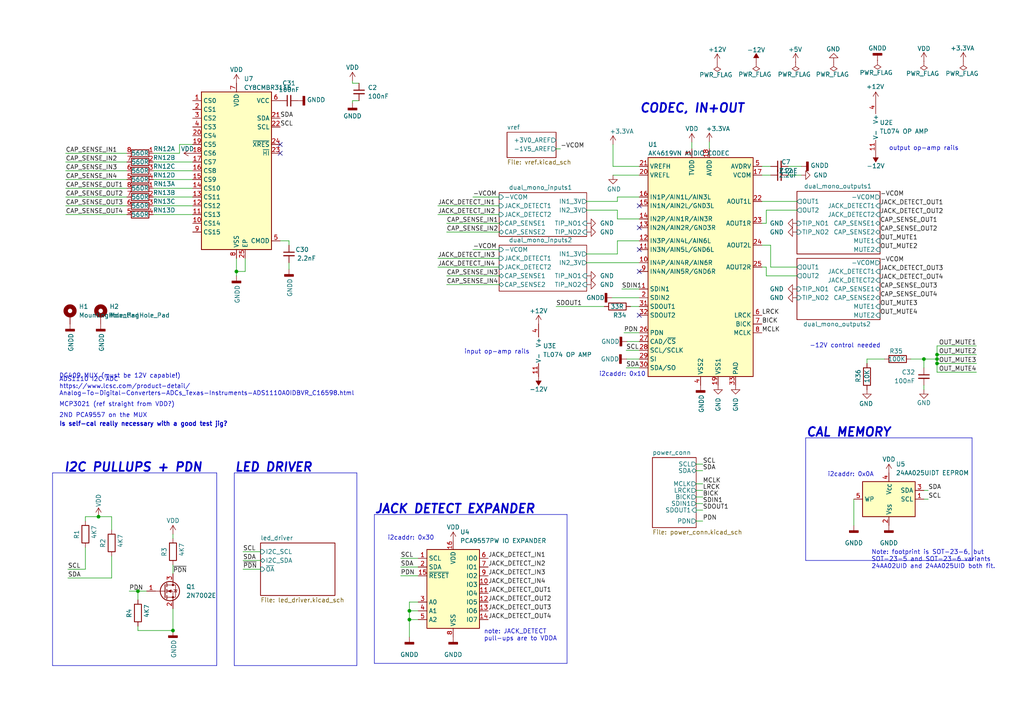
<source format=kicad_sch>
(kicad_sch (version 20250114) (generator "eeschema") (generator_version "9.0")
  (paper "A4")
  (lib_symbols
    (symbol "Amplifier_Operational:TL074" (pin_names (offset 0.127))
      (property "Reference" "U" (at 0 5.08 0))
      (property "Value" "TL074" (at 0 -5.08 0))
      (symbol "TL074_1_1"
        (pin input line (at -7.62 2.54 0) (length 2.54) (name "+") (number "3"))
        (pin input line (at -7.62 -2.54 0) (length 2.54) (name "-") (number "2"))
        (pin output line (at 7.62 0 180) (length 2.54) (name "~") (number "1"))
      )
      (symbol "TL074_2_1"
        (pin input line (at -7.62 2.54 0) (length 2.54) (name "+") (number "5"))
        (pin input line (at -7.62 -2.54 0) (length 2.54) (name "-") (number "6"))
        (pin output line (at 7.62 0 180) (length 2.54) (name "~") (number "7"))
      )
      (symbol "TL074_3_1"
        (pin input line (at -7.62 2.54 0) (length 2.54) (name "+") (number "10"))
        (pin input line (at -7.62 -2.54 0) (length 2.54) (name "-") (number "9"))
        (pin output line (at 7.62 0 180) (length 2.54) (name "~") (number "8"))
      )
      (symbol "TL074_4_1"
        (pin input line (at -7.62 2.54 0) (length 2.54) (name "+") (number "12"))
        (pin input line (at -7.62 -2.54 0) (length 2.54) (name "-") (number "13"))
        (pin output line (at 7.62 0 180) (length 2.54) (name "~") (number "14"))
      )
      (symbol "TL074_5_1"
        (pin power_in line (at -2.54 7.62 270) (length 3.81) (name "V+") (number "4"))
        (pin power_in line (at -2.54 -7.62 90) (length 3.81) (name "V-") (number "11"))
      )
    )
    (symbol "Device:C_Small" (pin_numbers (hide yes)) (pin_names (offset 0.254) (hide yes))
      (property "Reference" "C" (at 0.254 1.778 0))
      (property "Value" "C_Small" (at 0.254 -2.032 0))
      (symbol "C_Small_1_1"
        (pin passive line (at 0 2.54 270) (length 2.032) (name "~") (number "1"))
        (pin passive line (at 0 -2.54 90) (length 2.032) (name "~") (number "2"))
      )
    )
    (symbol "Device:R" (pin_numbers (hide yes)) (pin_names (offset 0))
      (property "Reference" "R" (at 2.032 0 90))
      (property "Value" "R" (at 0 0 90))
      (symbol "R_1_1"
        (pin passive line (at 0 3.81 270) (length 1.27) (name "~") (number "1"))
        (pin passive line (at 0 -3.81 90) (length 1.27) (name "~") (number "2"))
      )
    )
    (symbol "Device:R_Pack04_Split" (pin_names (offset 0) (hide yes))
      (property "Reference" "RN" (at 2.032 0 90))
      (property "Value" "R_Pack04_Split" (at 0 0 90))
      (symbol "R_Pack04_Split_1_1"
        (pin passive line (at 0 3.81 270) (length 1.27) (name "R1.2") (number "8"))
        (pin passive line (at 0 -3.81 90) (length 1.27) (name "R1.1") (number "1"))
      )
      (symbol "R_Pack04_Split_2_1"
        (pin passive line (at 0 3.81 270) (length 1.27) (name "R2.2") (number "7"))
        (pin passive line (at 0 -3.81 90) (length 1.27) (name "R2.1") (number "2"))
      )
      (symbol "R_Pack04_Split_3_1"
        (pin passive line (at 0 3.81 270) (length 1.27) (name "R3.2") (number "6"))
        (pin passive line (at 0 -3.81 90) (length 1.27) (name "R3.1") (number "3"))
      )
      (symbol "R_Pack04_Split_4_1"
        (pin passive line (at 0 3.81 270) (length 1.27) (name "R4.2") (number "5"))
        (pin passive line (at 0 -3.81 90) (length 1.27) (name "R4.1") (number "4"))
      )
    )
    (symbol "Interface_Expansion:PCA9557PW"
      (property "Reference" "U" (at -7.62 11.43 0))
      (property "Value" "PCA9557PW" (at 2.54 11.43 0))
      (symbol "PCA9557PW_1_1"
        (pin input line (at -10.16 7.62 0) (length 2.54) (name "SCL") (number "1"))
        (pin bidirectional line (at -10.16 5.08 0) (length 2.54) (name "SDA") (number "2"))
        (pin input line (at -10.16 2.54 0) (length 2.54) (name "~{RESET}") (number "15"))
        (pin input line (at -10.16 -5.08 0) (length 2.54) (name "A0") (number "3"))
        (pin input line (at -10.16 -7.62 0) (length 2.54) (name "A1") (number "4"))
        (pin input line (at -10.16 -10.16 0) (length 2.54) (name "A2") (number "5"))
        (pin power_in line (at 0 12.7 270) (length 2.54) (name "VDD") (number "16"))
        (pin power_in line (at 0 -15.24 90) (length 2.54) (name "VSS") (number "8"))
        (pin bidirectional line (at 10.16 7.62 180) (length 2.54) (name "IO0") (number "6"))
        (pin bidirectional line (at 10.16 5.08 180) (length 2.54) (name "IO1") (number "7"))
        (pin bidirectional line (at 10.16 2.54 180) (length 2.54) (name "IO2") (number "9"))
        (pin bidirectional line (at 10.16 0 180) (length 2.54) (name "IO3") (number "10"))
        (pin bidirectional line (at 10.16 -2.54 180) (length 2.54) (name "IO4") (number "11"))
        (pin bidirectional line (at 10.16 -5.08 180) (length 2.54) (name "IO5") (number "12"))
        (pin bidirectional line (at 10.16 -7.62 180) (length 2.54) (name "IO6") (number "13"))
        (pin bidirectional line (at 10.16 -10.16 180) (length 2.54) (name "IO7") (number "14"))
      )
    )
    (symbol "Mechanical:MountingHole_Pad" (pin_numbers (hide yes)) (pin_names (offset 1.016) (hide yes)) (exclude_from_sim yes) (in_bom no)
      (property "Reference" "H" (at 0 6.35 0))
      (property "Value" "MountingHole_Pad" (at 0 4.445 0))
      (symbol "MountingHole_Pad_1_1"
        (pin input line (at 0 -2.54 90) (length 2.54) (name "1") (number "1"))
      )
    )
    (symbol "Memory_EEPROM:24AA02-OT"
      (property "Reference" "U" (at -7.62 6.35 0))
      (property "Value" "24AA02-OT" (at 2.54 -6.35 0))
      (symbol "24AA02-OT_1_1"
        (pin input line (at -10.16 0 0) (length 2.54) (name "WP") (number "5"))
        (pin power_in line (at 0 7.62 270) (length 2.54) (name "V_{CC}") (number "4"))
        (pin power_in line (at 0 -7.62 90) (length 2.54) (name "V_{SS}") (number "2"))
        (pin bidirectional line (at 10.16 2.54 180) (length 2.54) (name "SDA") (number "3"))
        (pin input line (at 10.16 0 180) (length 2.54) (name "SCL") (number "1"))
      )
    )
    (symbol "Sensor_Touch:CY8CMBR3116"
      (property "Reference" "U" (at -10.16 24.13 0))
      (property "Value" "CY8CMBR3116" (at 1.27 24.13 0))
      (symbol "CY8CMBR3116_1_1"
        (pin passive line (at -12.7 20.32 0) (length 2.54) (name "CS0") (number "1"))
        (pin passive line (at -12.7 17.78 0) (length 2.54) (name "CS1") (number "2"))
        (pin passive line (at -12.7 15.24 0) (length 2.54) (name "CS2") (number "3"))
        (pin passive line (at -12.7 12.7 0) (length 2.54) (name "CS3") (number "4"))
        (pin passive line (at -12.7 10.16 0) (length 2.54) (name "CS4") (number "20"))
        (pin passive line (at -12.7 7.62 0) (length 2.54) (name "CS5") (number "19"))
        (pin passive line (at -12.7 5.08 0) (length 2.54) (name "CS6") (number "18"))
        (pin passive line (at -12.7 2.54 0) (length 2.54) (name "CS7") (number "17"))
        (pin passive line (at -12.7 0 0) (length 2.54) (name "CS8") (number "16"))
        (pin passive line (at -12.7 -2.54 0) (length 2.54) (name "CS9") (number "15"))
        (pin passive line (at -12.7 -5.08 0) (length 2.54) (name "CS10") (number "14"))
        (pin passive line (at -12.7 -7.62 0) (length 2.54) (name "CS11") (number "13"))
        (pin passive line (at -12.7 -10.16 0) (length 2.54) (name "CS12") (number "12"))
        (pin passive line (at -12.7 -12.7 0) (length 2.54) (name "CS13") (number "11"))
        (pin passive line (at -12.7 -15.24 0) (length 2.54) (name "CS14") (number "10"))
        (pin passive line (at -12.7 -17.78 0) (length 2.54) (name "CS15") (number "9"))
        (pin power_in line (at 0 25.4 270) (length 2.54) (name "VDD") (number "7"))
        (pin power_in line (at 0 -25.4 90) (length 2.54) (name "VSS") (number "8"))
        (pin passive line (at 2.54 -25.4 90) (length 2.54) (name "EP") (number "25"))
        (pin passive line (at 12.7 20.32 180) (length 2.54) (name "VCC") (number "6"))
        (pin bidirectional line (at 12.7 15.24 180) (length 2.54) (name "SDA") (number "21"))
        (pin input line (at 12.7 12.7 180) (length 2.54) (name "SCL") (number "22"))
        (pin input line (at 12.7 7.62 180) (length 2.54) (name "~{XRES}") (number "24"))
        (pin bidirectional line (at 12.7 5.08 180) (length 2.54) (name "~{HI}") (number "23"))
        (pin passive line (at 12.7 -20.32 180) (length 2.54) (name "CMOD") (number "5"))
      )
    )
    (symbol "Transistor_FET:2N7002E" (pin_names (hide yes))
      (property "Reference" "Q" (at 5.08 1.905 0))
      (property "Value" "2N7002E" (at 5.08 0 0))
      (symbol "2N7002E_1_1"
        (pin input line (at -5.08 0 0) (length 2.54) (name "G") (number "1"))
        (pin passive line (at 2.54 5.08 270) (length 2.54) (name "D") (number "3"))
        (pin passive line (at 2.54 -5.08 90) (length 2.54) (name "S") (number "2"))
      )
    )
    (symbol "ak_codec_ics:AK4619VN"
      (property "Reference" "U?" (at -13.97 41.91 0))
      (property "Value" "AK4619VN" (at -10.16 39.37 0))
      (symbol "AK4619VN_1_1"
        (pin input line (at -17.78 35.56 0) (length 2.54) (name "VREFH") (number "21"))
        (pin input line (at -17.78 33.02 0) (length 2.54) (name "VREFL") (number "20"))
        (pin input line (at -17.78 26.67 0) (length 2.54) (name "IN1P/AIN1L/AIN3L") (number "16"))
        (pin input line (at -17.78 24.13 0) (length 2.54) (name "IN1N/AIN2L/GND3L") (number "15"))
        (pin input line (at -17.78 20.32 0) (length 2.54) (name "IN2P/AIN1R/AIN3R") (number "14"))
        (pin input line (at -17.78 17.78 0) (length 2.54) (name "IN2N/AIN2R/GND3R") (number "13"))
        (pin input line (at -17.78 13.97 0) (length 2.54) (name "IN3P/AIN4L/AIN6L") (number "12"))
        (pin input line (at -17.78 11.43 0) (length 2.54) (name "IN3N/AIN5L/GND6L") (number "11"))
        (pin input line (at -17.78 7.62 0) (length 2.54) (name "IN4P/AIN4R/AIN6R") (number "10"))
        (pin input line (at -17.78 5.08 0) (length 2.54) (name "IN4N/AIN5R/GND6R") (number "9"))
        (pin input line (at -17.78 0 0) (length 2.54) (name "SDIN1") (number "1"))
        (pin input line (at -17.78 -2.54 0) (length 2.54) (name "SDIN2") (number "2"))
        (pin output line (at -17.78 -5.08 0) (length 2.54) (name "SDOUT1") (number "31"))
        (pin output line (at -17.78 -7.62 0) (length 2.54) (name "SDOUT2") (number "32"))
        (pin input line (at -17.78 -12.7 0) (length 2.54) (name "PDN") (number "26"))
        (pin input line (at -17.78 -15.24 0) (length 2.54) (name "CAD/~{CS}") (number "27"))
        (pin input line (at -17.78 -17.78 0) (length 2.54) (name "SCL/SCLK") (number "28"))
        (pin input line (at -17.78 -20.32 0) (length 2.54) (name "SI") (number "29"))
        (pin bidirectional line (at -17.78 -22.86 0) (length 2.54) (name "SDA/SO") (number "30"))
        (pin power_in line (at -2.54 40.64 270) (length 2.54) (name "TVDD") (number "3"))
        (pin power_in line (at 0 -27.94 90) (length 2.54) (name "VSS2") (number "4"))
        (pin power_in line (at 2.54 40.64 270) (length 2.54) (name "AVDD") (number "18"))
        (pin power_in line (at 5.08 -27.94 90) (length 2.54) (name "VSS1") (number "19"))
        (pin passive line (at 10.16 -27.94 90) (length 2.54) (name "PAD") (number "33"))
        (pin power_out line (at 17.78 35.56 180) (length 2.54) (name "AVDRV") (number "5"))
        (pin power_out line (at 17.78 33.02 180) (length 2.54) (name "VCOM") (number "17"))
        (pin output line (at 17.78 25.4 180) (length 2.54) (name "AOUT1L") (number "22"))
        (pin output line (at 17.78 19.05 180) (length 2.54) (name "AOUT1R") (number "23"))
        (pin output line (at 17.78 12.7 180) (length 2.54) (name "AOUT2L") (number "24"))
        (pin output line (at 17.78 6.35 180) (length 2.54) (name "AOUT2R") (number "25"))
        (pin input line (at 17.78 -7.62 180) (length 2.54) (name "LRCK") (number "6"))
        (pin input line (at 17.78 -10.16 180) (length 2.54) (name "BICK") (number "7"))
        (pin input line (at 17.78 -12.7 180) (length 2.54) (name "MCLK") (number "8"))
      )
    )
    (symbol "power:+12V" (power) (pin_names (offset 0))
      (property "Value" "+12V" (at 0 3.556 0))
      (symbol "+12V_1_1"
        (pin power_in line (at 0 0 90) (length 0) (hide yes) (name "+12V") (number "1"))
      )
    )
    (symbol "power:+3.3VA" (power) (pin_names (offset 0))
      (property "Value" "+3.3VA" (at 0 3.556 0))
      (symbol "+3.3VA_1_1"
        (pin power_in line (at 0 0 90) (length 0) (hide yes) (name "+3.3VA") (number "1"))
      )
    )
    (symbol "power:+5V" (power) (pin_names (offset 0))
      (property "Value" "+5V" (at 0 3.556 0))
      (symbol "+5V_1_1"
        (pin power_in line (at 0 0 90) (length 0) (hide yes) (name "+5V") (number "1"))
      )
    )
    (symbol "power:-12V" (power) (pin_names (offset 0))
      (property "Value" "-12V" (at 0 3.81 0))
      (symbol "-12V_0_0"
        (pin power_in line (at 0 0 90) (length 0) (hide yes) (name "-12V") (number "1"))
      )
    )
    (symbol "power:GND" (power) (pin_names (offset 0))
      (property "Value" "GND" (at 0 -3.81 0))
      (symbol "GND_1_1"
        (pin power_in line (at 0 0 270) (length 0) (hide yes) (name "GND") (number "1"))
      )
    )
    (symbol "power:GNDD" (power) (pin_names (offset 0))
      (property "Value" "GNDD" (at 0 -3.175 0))
      (symbol "GNDD_1_1"
        (pin power_in line (at 0 0 270) (length 0) (hide yes) (name "GNDD") (number "1"))
      )
    )
    (symbol "power:PWR_FLAG" (power) (pin_numbers (hide yes)) (pin_names (offset 0) (hide yes))
      (property "Value" "PWR_FLAG" (at 0 3.81 0))
      (symbol "PWR_FLAG_0_0"
        (pin power_out line (at 0 0 90) (length 0) (name "pwr") (number "1"))
      )
    )
    (symbol "power:VDD" (power) (pin_names (offset 0))
      (property "Value" "VDD" (at 0 3.81 0))
      (symbol "VDD_1_1"
        (pin power_in line (at 0 0 90) (length 0) (hide yes) (name "VDD") (number "1"))
      )
    )
  )
  (text "CAL MEMORY" (at 233.68 127 0) (effects (font (size 2.54 2.54) (thickness 0.508) (bold yes) (italic yes)) (justify left bottom)))
  (text "2ND PCA9557 on the MUX" (at 17.145 121.285 0) (effects (font (size 1.27 1.27)) (justify left bottom)))
  (text "Note: footprint is SOT-23-6, but\nSOT-23-5 and SOT-23-6 variants\n24AA02UID and 24AA025UID both fit." (at 252.73 165.1 0) (effects (font (size 1.27 1.27)) (justify left bottom)))
  (text "i2caddr: 0x10" (at 173.736 109.347 0) (effects (font (size 1.27 1.27)) (justify left bottom)))
  (text "I2C PULLUPS + PDN" (at 18.415 137.16 0) (effects (font (size 2.54 2.54) (thickness 0.508) (bold yes) (italic yes)) (justify left bottom)))
  (text "ADS1110 I2C ADC\nhttps://www.lcsc.com/product-detail/\nAnalog-To-Digital-Converters-ADCs_Texas-Instruments-ADS1110A0IDBVR_C16598.html" (at 17.145 114.935 0) (effects (font (size 1.27 1.27)) (justify left bottom)))
  (text "i2caddr: 0x30" (at 112.395 156.845 0) (effects (font (size 1.27 1.27)) (justify left bottom)))
  (text "input op-amp rails" (at 134.62 102.87 0) (effects (font (size 1.27 1.27)) (justify left bottom)))
  (text "note: JACK_DETECT\npull-ups are to VDDA" (at 140.335 186.055 0) (effects (font (size 1.27 1.27)) (justify left bottom)))
  (text "JACK DETECT EXPANDER" (at 108.585 149.225 0) (effects (font (size 2.54 2.54) (thickness 0.508) (bold yes) (italic yes)) (justify left bottom)))
  (text "LED DRIVER" (at 67.945 137.16 0) (effects (font (size 2.54 2.54) (thickness 0.508) (bold yes) (italic yes)) (justify left bottom)))
  (text "output op-amp rails" (at 257.81 43.815 0) (effects (font (size 1.27 1.27)) (justify left bottom)))
  (text "CODEC, IN+OUT" (at 185.42 33.02 0) (effects (font (size 2.54 2.54) (thickness 0.508) (bold yes) (italic yes)) (justify left bottom)))
  (text "MCP3021 (ref straight from VDD?)" (at 17.145 118.11 0) (effects (font (size 1.27 1.27)) (justify left bottom)))
  (text "-12V control needed" (at 245.11 100.33 0) (effects (font (size 1.27 1.27))))
  (text "Is self-cal really necessary with a good test jig?" (at 17.145 123.825 0) (effects (font (size 1.27 1.27) (thickness 0.254) (bold yes)) (justify left bottom)))
  (text "DG409 MUX (must be 12V capable!)" (at 17.145 109.855 0) (effects (font (size 1.27 1.27)) (justify left bottom)))
  (text "i2caddr: 0x0A" (at 240.03 138.43 0) (effects (font (size 1.27 1.27)) (justify left bottom)))
  (junction (at 50.165 182.88))
  (junction (at 271.78 104.14))
  (junction (at 118.745 179.705))
  (junction (at 271.78 105.41))
  (junction (at 118.745 177.165))
  (junction (at 40.005 171.45))
  (junction (at 28.575 149.86))
  (junction (at 267.97 104.14))
  (junction (at 68.58 78.74))
  (junction (at 271.78 102.87))
  (no_connect (at 185.42 72.39))
  (no_connect (at 185.42 78.74))
  (no_connect (at 185.42 59.69))
  (no_connect (at 185.42 66.04))
  (no_connect (at 185.42 91.44))
  (no_connect (at 81.28 41.91))
  (no_connect (at 81.28 44.45))
  (wire (pts (xy 24.765 151.13) (xy 24.765 149.86)))
  (wire (pts (xy 44.45 59.69) (xy 55.88 59.69)))
  (wire (pts (xy 220.98 48.26) (xy 223.52 48.26)))
  (wire (pts (xy 228.6 48.26) (xy 232.41 48.26)))
  (wire (pts (xy 223.52 77.47) (xy 231.14 77.47)))
  (polyline (pts (xy 233.68 127) (xy 233.68 162.56)))
  (wire (pts (xy 181.737 104.14) (xy 185.42 104.14)))
  (polyline (pts (xy 164.465 149.225) (xy 164.465 192.405)))
  (wire (pts (xy 52.07 44.45) (xy 52.07 41.91)))
  (wire (pts (xy 179.07 57.15) (xy 185.42 57.15)))
  (wire (pts (xy 40.005 181.61) (xy 40.005 182.88)))
  (wire (pts (xy 170.18 73.66) (xy 179.07 73.66)))
  (wire (pts (xy 137.16 72.39) (xy 144.78 72.39)))
  (wire (pts (xy 118.745 179.705) (xy 121.285 179.705)))
  (wire (pts (xy 40.005 182.88) (xy 50.165 182.88)))
  (wire (pts (xy 170.18 76.2) (xy 185.42 76.2)))
  (wire (pts (xy 137.16 57.15) (xy 144.78 57.15)))
  (polyline (pts (xy 108.585 149.225) (xy 164.465 149.225)))
  (wire (pts (xy 32.385 149.86) (xy 28.575 149.86)))
  (wire (pts (xy 32.385 153.67) (xy 32.385 149.86)))
  (wire (pts (xy 83.82 76.2) (xy 83.82 78.105)))
  (wire (pts (xy 201.93 146.05) (xy 203.835 146.05)))
  (wire (pts (xy 118.745 177.165) (xy 118.745 174.625)))
  (polyline (pts (xy 108.585 149.225) (xy 108.585 192.405)))
  (wire (pts (xy 127 74.93) (xy 144.78 74.93)))
  (wire (pts (xy 220.98 77.47) (xy 222.25 77.47)))
  (wire (pts (xy 44.45 49.53) (xy 55.88 49.53)))
  (wire (pts (xy 222.25 60.96) (xy 231.14 60.96)))
  (wire (pts (xy 102.235 24.13) (xy 104.14 24.13)))
  (polyline (pts (xy 15.24 137.16) (xy 62.865 137.16)))
  (polyline (pts (xy 67.945 193.04) (xy 103.505 193.04)))
  (wire (pts (xy 116.205 161.925) (xy 121.285 161.925)))
  (wire (pts (xy 50.165 154.94) (xy 50.165 156.21)))
  (wire (pts (xy 256.54 104.14) (xy 251.46 104.14)))
  (wire (pts (xy 68.58 74.93) (xy 68.58 78.74)))
  (wire (pts (xy 220.98 58.42) (xy 231.14 58.42)))
  (wire (pts (xy 283.21 102.87) (xy 271.78 102.87)))
  (wire (pts (xy 40.005 171.45) (xy 40.005 173.99)))
  (polyline (pts (xy 67.945 137.16) (xy 103.505 137.16)))
  (wire (pts (xy 44.45 54.61) (xy 55.88 54.61)))
  (wire (pts (xy 50.165 163.83) (xy 50.165 166.37)))
  (polyline (pts (xy 15.24 137.16) (xy 15.24 193.04)))
  (wire (pts (xy 40.005 171.45) (xy 42.545 171.45)))
  (polyline (pts (xy 67.945 137.16) (xy 67.945 193.04)))
  (wire (pts (xy 19.05 57.15) (xy 36.83 57.15)))
  (wire (pts (xy 228.6 50.8) (xy 232.41 50.8)))
  (polyline (pts (xy 62.865 137.16) (xy 62.865 193.04)))
  (wire (pts (xy 267.97 142.24) (xy 269.24 142.24)))
  (wire (pts (xy 44.45 52.07) (xy 55.88 52.07)))
  (wire (pts (xy 44.45 44.45) (xy 52.07 44.45)))
  (wire (pts (xy 200.66 41.275) (xy 200.66 43.18)))
  (wire (pts (xy 177.546 86.36) (xy 185.42 86.36)))
  (wire (pts (xy 44.45 46.99) (xy 55.88 46.99)))
  (wire (pts (xy 118.745 184.785) (xy 118.745 179.705)))
  (wire (pts (xy 129.54 64.77) (xy 144.78 64.77)))
  (wire (pts (xy 201.93 142.24) (xy 203.835 142.24)))
  (wire (pts (xy 127 77.47) (xy 144.78 77.47)))
  (wire (pts (xy 44.45 62.23) (xy 55.88 62.23)))
  (wire (pts (xy 19.05 59.69) (xy 36.83 59.69)))
  (wire (pts (xy 180.34 83.82) (xy 185.42 83.82)))
  (wire (pts (xy 44.45 57.15) (xy 55.88 57.15)))
  (wire (pts (xy 247.65 144.78) (xy 247.65 152.4)))
  (wire (pts (xy 223.52 71.12) (xy 223.52 77.47)))
  (wire (pts (xy 24.765 149.86) (xy 28.575 149.86)))
  (polyline (pts (xy 62.865 193.04) (xy 15.24 193.04)))
  (wire (pts (xy 32.385 161.29) (xy 32.385 167.64)))
  (wire (pts (xy 271.78 105.41) (xy 271.78 107.95)))
  (wire (pts (xy 50.165 176.53) (xy 50.165 182.88)))
  (wire (pts (xy 127 59.69) (xy 144.78 59.69)))
  (wire (pts (xy 179.07 58.42) (xy 179.07 57.15)))
  (wire (pts (xy 116.205 167.005) (xy 121.285 167.005)))
  (wire (pts (xy 267.97 111.76) (xy 267.97 113.03)))
  (wire (pts (xy 271.78 107.95) (xy 283.21 107.95)))
  (wire (pts (xy 201.93 140.335) (xy 203.835 140.335)))
  (wire (pts (xy 181.61 101.6) (xy 185.42 101.6)))
  (wire (pts (xy 201.93 147.955) (xy 203.835 147.955)))
  (polyline (pts (xy 103.505 193.04) (xy 103.505 137.16)))
  (wire (pts (xy 201.93 144.145) (xy 203.835 144.145)))
  (wire (pts (xy 52.07 41.91) (xy 55.88 41.91)))
  (wire (pts (xy 118.745 177.165) (xy 121.285 177.165)))
  (wire (pts (xy 182.88 88.9) (xy 185.42 88.9)))
  (wire (pts (xy 179.07 69.85) (xy 185.42 69.85)))
  (wire (pts (xy 170.18 58.42) (xy 179.07 58.42)))
  (wire (pts (xy 71.12 74.93) (xy 71.12 78.74)))
  (wire (pts (xy 37.465 171.45) (xy 40.005 171.45)))
  (wire (pts (xy 177.8 41.91) (xy 177.8 48.26)))
  (polyline (pts (xy 164.465 192.405) (xy 108.585 192.405)))
  (polyline (pts (xy 233.68 162.56) (xy 281.94 162.56)))
  (wire (pts (xy 19.05 44.45) (xy 36.83 44.45)))
  (wire (pts (xy 271.78 102.87) (xy 271.78 104.14)))
  (wire (pts (xy 70.485 160.02) (xy 75.565 160.02)))
  (wire (pts (xy 181.864 99.06) (xy 185.42 99.06)))
  (wire (pts (xy 271.78 104.14) (xy 267.97 104.14)))
  (wire (pts (xy 129.54 82.55) (xy 144.78 82.55)))
  (wire (pts (xy 70.485 162.56) (xy 75.565 162.56)))
  (wire (pts (xy 181.61 106.68) (xy 185.42 106.68)))
  (wire (pts (xy 180.975 96.52) (xy 185.42 96.52)))
  (wire (pts (xy 220.98 50.8) (xy 223.52 50.8)))
  (wire (pts (xy 179.07 63.5) (xy 185.42 63.5)))
  (wire (pts (xy 19.05 54.61) (xy 36.83 54.61)))
  (wire (pts (xy 24.765 158.75) (xy 24.765 165.1)))
  (wire (pts (xy 267.97 104.14) (xy 264.16 104.14)))
  (wire (pts (xy 70.485 165.1) (xy 75.565 165.1)))
  (wire (pts (xy 220.98 64.77) (xy 222.25 64.77)))
  (wire (pts (xy 161.29 88.9) (xy 175.26 88.9)))
  (wire (pts (xy 19.685 167.64) (xy 32.385 167.64)))
  (wire (pts (xy 83.82 71.12) (xy 83.82 69.85)))
  (wire (pts (xy 177.8 48.26) (xy 185.42 48.26)))
  (wire (pts (xy 283.21 100.33) (xy 271.78 100.33)))
  (wire (pts (xy 267.97 104.14) (xy 267.97 106.68)))
  (wire (pts (xy 19.685 165.1) (xy 24.765 165.1)))
  (wire (pts (xy 222.25 77.47) (xy 222.25 80.01)))
  (wire (pts (xy 271.78 104.14) (xy 271.78 105.41)))
  (wire (pts (xy 267.97 144.78) (xy 269.24 144.78)))
  (wire (pts (xy 222.25 64.77) (xy 222.25 60.96)))
  (wire (pts (xy 205.74 41.148) (xy 205.74 43.18)))
  (wire (pts (xy 127 62.23) (xy 144.78 62.23)))
  (wire (pts (xy 19.05 52.07) (xy 36.83 52.07)))
  (wire (pts (xy 19.05 46.99) (xy 36.83 46.99)))
  (wire (pts (xy 179.07 73.66) (xy 179.07 69.85)))
  (wire (pts (xy 271.78 100.33) (xy 271.78 102.87)))
  (wire (pts (xy 201.93 151.13) (xy 203.835 151.13)))
  (wire (pts (xy 129.54 80.01) (xy 144.78 80.01)))
  (wire (pts (xy 116.205 164.465) (xy 121.285 164.465)))
  (wire (pts (xy 283.21 105.41) (xy 271.78 105.41)))
  (wire (pts (xy 102.235 23.495) (xy 102.235 24.13)))
  (wire (pts (xy 118.745 179.705) (xy 118.745 177.165)))
  (wire (pts (xy 19.05 49.53) (xy 36.83 49.53)))
  (wire (pts (xy 161.29 43.18) (xy 162.56 43.18)))
  (wire (pts (xy 102.235 29.21) (xy 104.14 29.21)))
  (wire (pts (xy 19.05 62.23) (xy 36.83 62.23)))
  (polyline (pts (xy 233.68 127) (xy 281.94 127)))
  (wire (pts (xy 201.93 136.525) (xy 203.835 136.525)))
  (wire (pts (xy 201.93 134.62) (xy 203.835 134.62)))
  (wire (pts (xy 118.745 174.625) (xy 121.285 174.625)))
  (wire (pts (xy 179.07 60.96) (xy 179.07 63.5)))
  (wire (pts (xy 102.235 29.21) (xy 102.235 29.845)))
  (wire (pts (xy 177.8 50.8) (xy 185.42 50.8)))
  (wire (pts (xy 129.54 67.31) (xy 144.78 67.31)))
  (wire (pts (xy 68.58 78.74) (xy 68.58 80.01)))
  (wire (pts (xy 220.98 71.12) (xy 223.52 71.12)))
  (wire (pts (xy 71.12 78.74) (xy 68.58 78.74)))
  (polyline (pts (xy 281.94 162.56) (xy 281.94 127)))
  (wire (pts (xy 170.18 60.96) (xy 179.07 60.96)))
  (wire (pts (xy 83.82 69.85) (xy 81.28 69.85)))
  (wire (pts (xy 251.46 104.14) (xy 251.46 105.41)))
  (wire (pts (xy 222.25 80.01) (xy 231.14 80.01)))
  (label "JACK_DETECT_OUT1" (at 141.605 172.085 0))
  (label "-VCOM" (at 137.16 57.15 0))
  (label "~{PDN}" (at 50.165 166.37 0))
  (label "PDN" (at 203.835 151.13 0))
  (label "SDA" (at 116.205 164.465 0))
  (label "SCL" (at 81.28 36.83 0))
  (label "BICK" (at 220.98 93.98 0))
  (label "JACK_DETECT_IN4" (at 141.605 169.545 0))
  (label "-VCOM" (at 162.56 43.18 0))
  (label "JACK_DETECT_OUT1" (at 255.27 59.69 0))
  (label "OUT_MUTE3" (at 255.27 88.9 0))
  (label "CAP_SENSE_OUT1" (at 19.05 54.61 0))
  (label "OUT_MUTE1" (at 283.21 100.33 180))
  (label "SDOUT1" (at 161.29 88.9 0))
  (label "-VCOM" (at 255.27 76.2 0))
  (label "LRCK" (at 220.98 91.44 0))
  (label "CAP_SENSE_OUT3" (at 255.27 83.82 0))
  (label "SCL" (at 19.685 165.1 0))
  (label "PDN" (at 180.975 96.52 0))
  (label "BICK" (at 203.835 144.145 0))
  (label "MCLK" (at 220.98 96.52 0))
  (label "JACK_DETECT_IN3" (at 127 74.93 0))
  (label "-VCOM" (at 255.27 57.15 0))
  (label "JACK_DETECT_OUT3" (at 255.27 78.74 0))
  (label "SDA" (at 181.61 106.68 0))
  (label "JACK_DETECT_IN4" (at 127 77.47 0))
  (label "SCL" (at 269.24 144.78 0))
  (label "JACK_DETECT_IN1" (at 141.605 161.925 0))
  (label "JACK_DETECT_IN2" (at 127 62.23 0))
  (label "OUT_MUTE1" (at 255.27 69.85 0))
  (label "SDOUT1" (at 203.835 147.955 0))
  (label "JACK_DETECT_OUT3" (at 141.605 177.165 0))
  (label "JACK_DETECT_OUT2" (at 141.605 174.625 0))
  (label "CAP_SENSE_OUT2" (at 255.27 67.31 0))
  (label "OUT_MUTE3" (at 283.21 105.41 180))
  (label "CAP_SENSE_IN2" (at 129.54 67.31 0))
  (label "SDIN1" (at 180.34 83.82 0))
  (label "CAP_SENSE_OUT1" (at 255.27 64.77 0))
  (label "CAP_SENSE_IN3" (at 129.54 80.01 0))
  (label "-VCOM" (at 137.16 72.39 0))
  (label "SCL" (at 116.205 161.925 0))
  (label "OUT_MUTE2" (at 283.21 102.87 180))
  (label "PDN" (at 37.465 171.45 0))
  (label "CAP_SENSE_IN4" (at 129.54 82.55 0))
  (label "CAP_SENSE_IN1" (at 129.54 64.77 0))
  (label "SCL" (at 181.61 101.6 0))
  (label "CAP_SENSE_IN2" (at 19.05 46.99 0))
  (label "SDA" (at 19.685 167.64 0))
  (label "OUT_MUTE4" (at 255.27 91.44 0))
  (label "SCL" (at 70.485 160.02 0))
  (label "CAP_SENSE_OUT4" (at 255.27 86.36 0))
  (label "CAP_SENSE_OUT3" (at 19.05 59.69 0))
  (label "CAP_SENSE_IN4" (at 19.05 52.07 0))
  (label "SDA" (at 70.485 162.56 0))
  (label "JACK_DETECT_OUT4" (at 141.605 179.705 0))
  (label "CAP_SENSE_IN3" (at 19.05 49.53 0))
  (label "JACK_DETECT_OUT2" (at 255.27 62.23 0))
  (label "SDIN1" (at 203.835 146.05 0))
  (label "JACK_DETECT_IN2" (at 141.605 164.465 0))
  (label "OUT_MUTE2" (at 255.27 72.39 0))
  (label "SDA" (at 269.24 142.24 0))
  (label "CAP_SENSE_OUT2" (at 19.05 57.15 0))
  (label "OUT_MUTE4" (at 283.21 107.95 180))
  (label "JACK_DETECT_OUT4" (at 255.27 81.28 0))
  (label "JACK_DETECT_IN3" (at 141.605 167.005 0))
  (label "CAP_SENSE_IN1" (at 19.05 44.45 0))
  (label "PDN" (at 116.205 167.005 0))
  (label "CAP_SENSE_OUT4" (at 19.05 62.23 0))
  (label "SDA" (at 81.28 34.29 0))
  (label "SDA" (at 203.835 136.525 0))
  (label "MCLK" (at 203.835 140.335 0))
  (label "JACK_DETECT_IN1" (at 127 59.69 0))
  (label "~{PDN}" (at 70.485 165.1 0))
  (label "SCL" (at 203.835 134.62 0))
  (label "LRCK" (at 203.835 142.24 0))
  (symbol (lib_id "power:GNDD") (at 254.508 17.526 180) (unit 1)
    (property "Reference" "#PWR01" (effects (hide yes)))
    (property "Value" "GNDD" (at 254.508 13.97 0))
  )
  (symbol (lib_id "Device:R_Pack04_Split") (at 40.64 49.53 90) (unit 3)
    (property "Reference" "RN12" (at 47.625 48.26 90))
    (property "Value" "560R" (at 40.64 49.53 90))
    (property "Footprint" "Resistor_SMD:R_Array_Convex_4x0402" (effects (hide yes)))
    (property "mfg#" "YC124-JR-07560RL" (effects (hide yes)))
    (property "lcsc#" "C695210" (effects (hide yes)))
  )
  (symbol (lib_id "Device:C_Small") (at 226.06 48.26 90) (mirror x) (unit 1)
    (property "Reference" "C7" (at 227.965 46.99 90))
    (property "Value" "2.2uF" (at 228.6 49.53 90))
    (property "Footprint" "Capacitor_SMD:C_1206_3216Metric" (effects (hide yes)))
    (property "Description" "Unpolarized capacitor, small symbol" (effects (hide yes)))
    (property "lcsc#" "C377799" (effects (hide yes)))
  )
  (symbol (lib_id "power:PWR_FLAG") (at 241.808 18.034 180) (unit 1)
    (property "Reference" "#FLG06" (effects (hide yes)))
    (property "Value" "PWR_FLAG" (at 241.427 21.59 0))
  )
  (symbol (lib_id "power:PWR_FLAG") (at 279.4 17.78 180) (unit 1)
    (property "Reference" "#FLG03" (effects (hide yes)))
    (property "Value" "PWR_FLAG" (at 279.019 21.336 0))
  )
  (symbol (lib_id "Device:C_Small") (at 226.06 50.8 90) (mirror x) (unit 1)
    (property "Reference" "C12" (at 227.965 49.53 90))
    (property "Value" "2.2uF" (at 228.6 50.8 90))
    (property "Footprint" "Capacitor_SMD:C_1206_3216Metric" (effects (hide yes)))
    (property "Description" "Unpolarized capacitor, small symbol" (effects (hide yes)))
    (property "lcsc#" "C377799" (effects (hide yes)))
  )
  (symbol (lib_id "power:GND") (at 231.14 64.77 270) (unit 1)
    (property "Reference" "#PWR065" (effects (hide yes)))
    (property "Value" "GND" (at 227.33 64.77 90) (effects (justify right)))
  )
  (symbol (lib_id "power:GNDD") (at 20.32 93.98 0) (unit 1)
    (property "Reference" "#PWR0119" (effects (hide yes)))
    (property "Value" "GNDD" (at 20.574 99.314 90))
  )
  (symbol (lib_id "power:-12V") (at 156.21 109.22 180) (unit 1)
    (property "Reference" "#PWR043" (effects (hide yes)))
    (property "Value" "-12V" (at 153.543 112.903 0) (effects (justify right)))
  )
  (symbol (lib_id "Mechanical:MountingHole_Pad") (at 29.21 91.44 0) (unit 1) (exclude_from_sim yes) (in_bom no)
    (property "Reference" "H2" (at 31.75 88.8999 0) (effects (justify left)))
    (property "Value" "MountingHole_Pad" (at 31.75 91.4399 0) (effects (justify left)))
    (property "Description" "Mounting Hole with connection" (effects (hide yes)))
  )
  (symbol (lib_id "power:PWR_FLAG") (at 254.508 17.526 180) (unit 1)
    (property "Reference" "#FLG01" (effects (hide yes)))
    (property "Value" "PWR_FLAG" (at 254.127 21.082 0))
  )
  (symbol (lib_id "power:GND") (at 170.18 80.01 90) (unit 1)
    (property "Reference" "#PWR060" (effects (hide yes)))
    (property "Value" "GND" (at 173.99 80.01 90) (effects (justify right)))
  )
  (symbol (lib_id "power:VDD") (at 200.66 41.275 0) (unit 1)
    (property "Reference" "#PWR017" (effects (hide yes)))
    (property "Value" "VDD" (at 200.66 37.338 0))
  )
  (symbol (lib_id "Device:C_Small") (at 83.82 29.21 90) (unit 1)
    (property "Reference" "C31" (at 83.82 24.13 90))
    (property "Value" "100nF" (at 83.82 26.035 90))
    (property "Footprint" "Capacitor_SMD:C_0603_1608Metric" (effects (hide yes)))
    (property "Datasheet" "https://datasheet.lcsc.com/lcsc/1912111437_TDK-C1608X7R1E104KT000N_C338036.pdf" (effects (hide yes)))
    (property "lcsc#" "C338036" (effects (hide yes)))
    (property "mfg#" "C1608X7R1E104KT000N" (effects (hide yes)))
  )
  (symbol (lib_id "Interface_Expansion:PCA9557PW") (at 131.445 169.545 0) (unit 1)
    (property "Reference" "U4" (at 133.4644 154.305 0) (effects (justify left)))
    (property "Value" "PCA9557PW IO EXPANDER" (at 133.4644 156.845 0) (effects (justify left)))
    (property "Footprint" "Package_SO:TSSOP-16_4.4x5mm_P0.65mm" (effects (hide yes)))
    (property "Datasheet" "https://www.nxp.com/docs/en/data-sheet/PCA9557.pdf" (effects (hide yes)))
    (property "lcsc#" "C141380" (effects (hide yes)))
    (property "dig#" "568-1061-1-ND" (effects (hide yes)))
    (property "mfg#" "PCA9557PW,118" (effects (hide yes)))
  )
  (symbol (lib_id "power:+3.3VA") (at 279.4 17.78 0) (unit 1)
    (property "Reference" "#PWR03" (effects (hide yes)))
    (property "Value" "+3.3VA" (at 279.146 13.97 0))
  )
  (symbol (lib_id "power:+12V") (at 156.21 93.98 0) (unit 1)
    (property "Reference" "#PWR035" (effects (hide yes)))
    (property "Value" "+12V" (at 153.543 90.17 0) (effects (justify left)))
  )
  (symbol (lib_id "Device:R_Pack04_Split") (at 40.64 46.99 90) (unit 2)
    (property "Reference" "RN12" (at 47.625 45.72 90))
    (property "Value" "560R" (at 40.64 46.99 90))
    (property "Footprint" "Resistor_SMD:R_Array_Convex_4x0402" (effects (hide yes)))
    (property "mfg#" "YC124-JR-07560RL" (effects (hide yes)))
    (property "lcsc#" "C695210" (effects (hide yes)))
  )
  (symbol (lib_id "power:GND") (at 170.18 82.55 90) (unit 1)
    (property "Reference" "#PWR062" (effects (hide yes)))
    (property "Value" "GND" (at 173.99 82.55 90) (effects (justify right)))
  )
  (symbol (lib_id "power:GNDD") (at 86.36 29.21 90) (unit 1)
    (property "Reference" "#PWR093" (effects (hide yes)))
    (property "Value" "GNDD" (at 91.694 28.956 90))
  )
  (symbol (lib_id "power:GNDD") (at 257.81 152.4 0) (unit 1)
    (property "Reference" "#PWR056" (effects (hide yes)))
    (property "Value" "GNDD" (at 257.81 157.48 0))
  )
  (symbol (lib_id "power:VDD") (at 68.58 24.13 0) (unit 1)
    (property "Reference" "#PWR081" (effects (hide yes)))
    (property "Value" "VDD" (at 68.58 20.193 0))
  )
  (symbol (lib_id "Amplifier_Operational:TL074") (at 256.54 36.83 0) (unit 5)
    (property "Reference" "U2" (at 255.143 35.5599 0) (effects (justify left)))
    (property "Value" "TL074 OP AMP" (at 255.143 38.0999 0) (effects (justify left)))
    (property "Footprint" "Package_SO:SOIC-14_3.9x8.7mm_P1.27mm" (effects (hide yes)))
    (property "Datasheet" "http://www.ti.com/lit/ds/symlink/tl071.pdf" (effects (hide yes)))
    (property "dig#" "497-2204-1-ND" (effects (hide yes)))
    (property "mfg#" "TL074CDT" (effects (hide yes)))
    (property "lcsc#" "C6963" (effects (hide yes)))
  )
  (symbol (lib_id "power:VDD") (at 131.445 156.845 0) (unit 1)
    (property "Reference" "#PWR052" (effects (hide yes)))
    (property "Value" "VDD" (at 131.445 152.908 0))
  )
  (symbol (lib_id "power:+12V") (at 208.026 18.161 0) (unit 1)
    (property "Reference" "#PWR07" (effects (hide yes)))
    (property "Value" "+12V" (at 210.693 14.351 0) (effects (justify right)))
  )
  (symbol (lib_id "power:GNDD") (at 232.41 48.26 90) (unit 1)
    (property "Reference" "#PWR021" (effects (hide yes)))
    (property "Value" "GNDD" (at 237.744 48.006 90))
  )
  (symbol (lib_id "power:VDD") (at 102.235 23.495 0) (unit 1)
    (property "Reference" "#PWR0117" (effects (hide yes)))
    (property "Value" "VDD" (at 102.235 19.558 0))
  )
  (symbol (lib_id "power:PWR_FLAG") (at 267.97 17.78 180) (unit 1)
    (property "Reference" "#FLG02" (effects (hide yes)))
    (property "Value" "PWR_FLAG" (at 267.589 21.336 0))
  )
  (symbol (lib_id "Device:C_Small") (at 267.97 109.22 0) (mirror y) (unit 1)
    (property "Reference" "C32" (at 265.43 107.9562 0) (effects (justify left)))
    (property "Value" "100nF" (at 265.43 110.4962 0) (effects (justify left)))
    (property "Footprint" "Capacitor_SMD:C_0603_1608Metric" (effects (hide yes)))
    (property "Datasheet" "https://datasheet.lcsc.com/lcsc/1912111437_TDK-C1608X7R1E104KT000N_C338036.pdf" (effects (hide yes)))
    (property "lcsc#" "C338036" (effects (hide yes)))
    (property "mfg#" "C1608X7R1E104KT000N" (effects (hide yes)))
  )
  (symbol (lib_id "power:GND") (at 208.28 111.76 0) (unit 1)
    (property "Reference" "#PWR046" (effects (hide yes)))
    (property "Value" "GND" (at 208.28 119.38 90) (effects (justify left)))
  )
  (symbol (lib_id "power:GND") (at 232.41 50.8 90) (unit 1)
    (property "Reference" "#PWR022" (effects (hide yes)))
    (property "Value" "GND" (at 240.03 50.8 90) (effects (justify left)))
  )
  (symbol (lib_id "Mechanical:MountingHole_Pad") (at 20.32 91.44 0) (unit 1) (exclude_from_sim yes) (in_bom no)
    (property "Reference" "H1" (at 22.86 88.8999 0) (effects (justify left)))
    (property "Value" "MountingHole_Pad" (at 22.86 91.4399 0) (effects (justify left)))
    (property "Description" "Mounting Hole with connection" (effects (hide yes)))
  )
  (symbol (lib_id "Device:R_Pack04_Split") (at 40.64 57.15 90) (unit 2)
    (property "Reference" "RN13" (at 47.625 55.88 90))
    (property "Value" "560R" (at 40.64 57.15 90))
    (property "Footprint" "Resistor_SMD:R_Array_Convex_4x0402" (effects (hide yes)))
    (property "mfg#" "YC124-JR-07560RL" (effects (hide yes)))
    (property "lcsc#" "C695210" (effects (hide yes)))
  )
  (symbol (lib_id "power:+5V") (at 230.759 18.034 0) (unit 1)
    (property "Reference" "#PWR05" (effects (hide yes)))
    (property "Value" "+5V" (at 228.6 14.351 0) (effects (justify left)))
  )
  (symbol (lib_id "power:GNDD") (at 177.546 86.36 270) (unit 1)
    (property "Reference" "#PWR030" (effects (hide yes)))
    (property "Value" "GNDD" (at 172.72 86.36 90))
  )
  (symbol (lib_id "Device:R") (at 32.385 157.48 180) (unit 1)
    (property "Reference" "R2" (at 29.845 156.21 90) (effects (justify left)))
    (property "Value" "4K7" (at 34.925 154.94 90) (effects (justify left)))
    (property "Footprint" "Resistor_SMD:R_0402_1005Metric" (effects (hide yes)))
    (property "Datasheet" "https://datasheet.lcsc.com/lcsc/1809041728_YAGEO-RC0402FR-074K7L_C105871.pdf" (effects (hide yes)))
    (property "lcsc#" "C105871" (effects (hide yes)))
    (property "mfg#" "RC0402FR-074K7L" (effects (hide yes)))
  )
  (symbol (lib_id "power:GND") (at 231.14 86.36 270) (unit 1)
    (property "Reference" "#PWR077" (effects (hide yes)))
    (property "Value" "GND" (at 227.33 86.36 90) (effects (justify right)))
  )
  (symbol (lib_id "Device:R") (at 40.005 177.8 180) (unit 1)
    (property "Reference" "R4" (at 37.465 176.53 90) (effects (justify left)))
    (property "Value" "4K7" (at 42.545 175.26 90) (effects (justify left)))
    (property "Footprint" "Resistor_SMD:R_0402_1005Metric" (effects (hide yes)))
    (property "Datasheet" "https://datasheet.lcsc.com/lcsc/1809041728_YAGEO-RC0402FR-074K7L_C105871.pdf" (effects (hide yes)))
    (property "lcsc#" "C105871" (effects (hide yes)))
    (property "mfg#" "RC0402FR-074K7L" (effects (hide yes)))
  )
  (symbol (lib_id "power:VDD") (at 267.97 17.78 0) (unit 1)
    (property "Reference" "#PWR02" (effects (hide yes)))
    (property "Value" "VDD" (at 267.97 14.097 0))
  )
  (symbol (lib_id "power:GND") (at 241.808 18.034 180) (unit 1)
    (property "Reference" "#PWR06" (effects (hide yes)))
    (property "Value" "GND" (at 243.713 14.224 0) (effects (justify left)))
  )
  (symbol (lib_id "Device:R_Pack04_Split") (at 40.64 62.23 90) (unit 4)
    (property "Reference" "RN13" (at 47.625 60.96 90))
    (property "Value" "560R" (at 40.64 62.23 90))
    (property "Footprint" "Resistor_SMD:R_Array_Convex_4x0402" (effects (hide yes)))
    (property "mfg#" "YC124-JR-07560RL" (effects (hide yes)))
    (property "lcsc#" "C695210" (effects (hide yes)))
  )
  (symbol (lib_id "power:GNDD") (at 68.58 80.01 0) (unit 1)
    (property "Reference" "#PWR085" (effects (hide yes)))
    (property "Value" "GNDD" (at 68.834 85.344 90))
  )
  (symbol (lib_id "Device:R") (at 179.07 88.9 270) (unit 1)
    (property "Reference" "R34" (at 177.8 91.44 90) (effects (justify left)))
    (property "Value" "33R" (at 177.038 88.9 90) (effects (justify left)))
    (property "Footprint" "Resistor_SMD:R_0402_1005Metric" (effects (hide yes)))
    (property "Datasheet" "https://datasheet.lcsc.com/lcsc/1809041728_YAGEO-RC0402FR-074K7L_C105871.pdf" (effects (hide yes)))
  )
  (symbol (lib_id "Device:R") (at 251.46 109.22 0) (mirror y) (unit 1)
    (property "Reference" "R36" (at 248.92 110.998 90) (effects (justify left)))
    (property "Value" "10K" (at 251.46 111.1307 90) (effects (justify left)))
    (property "Footprint" "Resistor_SMD:R_0402_1005Metric" (effects (hide yes)))
  )
  (symbol (lib_id "power:GND") (at 170.18 67.31 90) (unit 1)
    (property "Reference" "#PWR051" (effects (hide yes)))
    (property "Value" "GND" (at 173.99 67.31 90) (effects (justify right)))
  )
  (symbol (lib_id "Device:R_Pack04_Split") (at 40.64 44.45 90) (unit 1)
    (property "Reference" "RN12" (at 47.625 43.18 90))
    (property "Value" "560R" (at 40.64 44.45 90))
    (property "Footprint" "Resistor_SMD:R_Array_Convex_4x0402" (effects (hide yes)))
    (property "mfg#" "YC124-JR-07560RL" (effects (hide yes)))
    (property "lcsc#" "C695210" (effects (hide yes)))
  )
  (symbol (lib_id "power:GND") (at 231.14 67.31 270) (unit 1)
    (property "Reference" "#PWR069" (effects (hide yes)))
    (property "Value" "GND" (at 227.33 67.31 90) (effects (justify right)))
  )
  (symbol (lib_id "power:+3.3VA") (at 177.8 41.91 0) (unit 1)
    (property "Reference" "#PWR020" (effects (hide yes)))
    (property "Value" "+3.3VA" (at 180.34 38.1 0))
  )
  (symbol (lib_id "Amplifier_Operational:TL074") (at 158.75 101.6 0) (unit 5)
    (property "Reference" "U3" (at 157.48 100.3299 0) (effects (justify left)))
    (property "Value" "TL074 OP AMP" (at 157.48 102.8699 0) (effects (justify left)))
    (property "Footprint" "Package_SO:SOIC-14_3.9x8.7mm_P1.27mm" (effects (hide yes)))
    (property "Datasheet" "http://www.ti.com/lit/ds/symlink/tl071.pdf" (effects (hide yes)))
    (property "dig#" "497-2204-1-ND" (effects (hide yes)))
    (property "mfg#" "TL074CDT" (effects (hide yes)))
    (property "lcsc#" "C6963" (effects (hide yes)))
  )
  (symbol (lib_id "power:GNDD") (at 50.165 182.88 0) (unit 1)
    (property "Reference" "#PWR061" (effects (hide yes)))
    (property "Value" "GNDD" (at 50.419 188.214 90))
  )
  (symbol (lib_id "Device:R_Pack04_Split") (at 40.64 54.61 90) (unit 1)
    (property "Reference" "RN13" (at 47.625 53.34 90))
    (property "Value" "560R" (at 40.64 54.61 90))
    (property "Footprint" "Resistor_SMD:R_Array_Convex_4x0402" (effects (hide yes)))
    (property "mfg#" "YC124-JR-07560RL" (effects (hide yes)))
    (property "lcsc#" "C695210" (effects (hide yes)))
  )
  (symbol (lib_id "Device:R") (at 50.165 160.02 180) (unit 1)
    (property "Reference" "R3" (at 47.625 158.75 90) (effects (justify left)))
    (property "Value" "4K7" (at 52.705 157.48 90) (effects (justify left)))
    (property "Footprint" "Resistor_SMD:R_0402_1005Metric" (effects (hide yes)))
    (property "Datasheet" "https://datasheet.lcsc.com/lcsc/1809041728_YAGEO-RC0402FR-074K7L_C105871.pdf" (effects (hide yes)))
    (property "lcsc#" "C105871" (effects (hide yes)))
    (property "mfg#" "RC0402FR-074K7L" (effects (hide yes)))
  )
  (symbol (lib_id "power:GNDD") (at 203.2 111.76 0) (unit 1)
    (property "Reference" "#PWR045" (effects (hide yes)))
    (property "Value" "GNDD" (at 203.454 117.094 90))
  )
  (symbol (lib_id "power:VDD") (at 28.575 149.86 0) (unit 1)
    (property "Reference" "#PWR054" (effects (hide yes)))
    (property "Value" "VDD" (at 28.575 145.161 90))
  )
  (symbol (lib_id "power:-12V") (at 219.329 18.034 0) (unit 1)
    (property "Reference" "#PWR04" (effects (hide yes)))
    (property "Value" "-12V" (at 216.662 14.478 0) (effects (justify left)))
  )
  (symbol (lib_id "Device:R") (at 24.765 154.94 180) (unit 1)
    (property "Reference" "R1" (at 22.225 153.67 90) (effects (justify left)))
    (property "Value" "4K7" (at 27.305 152.4 90) (effects (justify left)))
    (property "Footprint" "Resistor_SMD:R_0402_1005Metric" (effects (hide yes)))
    (property "Datasheet" "https://datasheet.lcsc.com/lcsc/1809041728_YAGEO-RC0402FR-074K7L_C105871.pdf" (effects (hide yes)))
    (property "lcsc#" "C105871" (effects (hide yes)))
    (property "mfg#" "RC0402FR-074K7L" (effects (hide yes)))
  )
  (symbol (lib_id "power:GND") (at 251.46 113.03 0) (mirror y) (unit 1)
    (property "Reference" "#PWR0142" (effects (hide yes)))
    (property "Value" "GND" (at 253.238 117.094 0) (effects (justify left)))
  )
  (symbol (lib_id "power:PWR_FLAG") (at 208.026 18.161 180) (unit 1)
    (property "Reference" "#FLG07" (effects (hide yes)))
    (property "Value" "PWR_FLAG" (at 207.645 21.717 0))
  )
  (symbol (lib_id "ak_codec_ics:AK4619VN") (at 203.2 83.82 0) (unit 1)
    (property "Reference" "U1" (at 187.96 41.91 0) (effects (justify left)))
    (property "Value" "AK4619VN AUDIO CODEC" (at 187.96 44.45 0) (effects (justify left)))
    (property "Footprint" "Package_DFN_QFN:QFN-32-1EP_5x5mm_P0.5mm_EP3.7x3.7mm_ThermalVias" (effects (hide yes)))
    (property "Datasheet" "https://www.akm.com/content/dam/documents/products/audio/audio-codec/ak4619vn/ak4619vn-en-datasheet.pdf" (effects (hide yes)))
    (property "mfg#" "AK4619VN" (effects (hide yes)))
    (property "dig#" "974-AK4619VNCT-ND" (effects (hide yes)))
    (property "lcsc#" "AK4619VN" (effects (hide yes)))
  )
  (symbol (lib_id "power:+3.3VA") (at 205.74 41.148 0) (unit 1)
    (property "Reference" "#PWR016" (effects (hide yes)))
    (property "Value" "+3.3VA" (at 208.28 37.338 0))
  )
  (symbol (lib_id "power:GNDD") (at 83.82 78.105 0) (unit 1)
    (property "Reference" "#PWR089" (effects (hide yes)))
    (property "Value" "GNDD" (at 84.074 83.439 90))
  )
  (symbol (lib_id "power:GND") (at 170.18 64.77 90) (unit 1)
    (property "Reference" "#PWR050" (effects (hide yes)))
    (property "Value" "GND" (at 173.99 64.77 90) (effects (justify right)))
  )
  (symbol (lib_id "Device:R") (at 260.35 104.14 90) (mirror x) (unit 1)
    (property "Reference" "R35" (at 261.874 101.854 90) (effects (justify left)))
    (property "Value" "100K" (at 262.636 104.14 90) (effects (justify left)))
    (property "Footprint" "Resistor_SMD:R_0402_1005Metric" (effects (hide yes)))
  )
  (symbol (lib_id "power:GNDD") (at 131.445 184.785 0) (unit 1)
    (property "Reference" "#PWR059" (effects (hide yes)))
    (property "Value" "GNDD" (at 131.445 189.865 0))
  )
  (symbol (lib_id "power:VDD") (at 257.81 137.16 0) (unit 1)
    (property "Reference" "#PWR053" (effects (hide yes)))
    (property "Value" "VDD" (at 257.81 133.223 0))
  )
  (symbol (lib_id "Sensor_Touch:CY8CMBR3116") (at 68.58 49.53 0) (unit 1)
    (property "Reference" "U7" (at 70.7233 22.86 0) (effects (justify left)))
    (property "Value" "CY8CMBR3116" (at 70.7233 25.4 0) (effects (justify left)))
    (property "Footprint" "Package_DFN_QFN:QFN-24-1EP_4x4mm_P0.5mm_EP2.6x2.6mm" (effects (hide yes)))
    (property "Datasheet" "http://www.cypress.com/?docID=49119" (effects (hide yes)))
    (property "Description" "CapSense Controller, 16 Sensors, QFN-24+EP" (effects (hide yes)))
    (property "lcsc#" " C914913" (effects (hide yes)))
  )
  (symbol (lib_id "Device:R_Pack04_Split") (at 40.64 59.69 90) (unit 3)
    (property "Reference" "RN13" (at 47.625 58.42 90))
    (property "Value" "560R" (at 40.64 59.69 90))
    (property "Footprint" "Resistor_SMD:R_Array_Convex_4x0402" (effects (hide yes)))
    (property "mfg#" "YC124-JR-07560RL" (effects (hide yes)))
    (property "lcsc#" "C695210" (effects (hide yes)))
  )
  (symbol (lib_id "power:GND") (at 231.14 83.82 270) (unit 1)
    (property "Reference" "#PWR073" (effects (hide yes)))
    (property "Value" "GND" (at 227.33 83.82 90) (effects (justify right)))
  )
  (symbol (lib_id "Device:R_Pack04_Split") (at 40.64 52.07 90) (unit 4)
    (property "Reference" "RN12" (at 47.625 50.8 90))
    (property "Value" "560R" (at 40.64 52.07 90))
    (property "Footprint" "Resistor_SMD:R_Array_Convex_4x0402" (effects (hide yes)))
    (property "mfg#" "YC124-JR-07560RL" (effects (hide yes)))
    (property "lcsc#" "C695210" (effects (hide yes)))
  )
  (symbol (lib_id "power:GNDD") (at 118.745 184.785 0) (unit 1)
    (property "Reference" "#PWR058" (effects (hide yes)))
    (property "Value" "GNDD" (at 118.745 189.865 0))
  )
  (symbol (lib_id "Device:C_Small") (at 83.82 73.66 0) (unit 1)
    (property "Reference" "C30" (at 87.63 72.39 0))
    (property "Value" "2.2nF" (at 88.9 74.93 0))
    (property "Footprint" "Capacitor_SMD:C_0402_1005Metric" (effects (hide yes)))
    (property "lcsc#" "C106861" (effects (hide yes)))
    (property "mfg#" "CC0402KRX7R9BB222" (effects (hide yes)))
  )
  (symbol (lib_id "power:GNDD") (at 102.235 29.845 0) (unit 1)
    (property "Reference" "#PWR0118" (effects (hide yes)))
    (property "Value" "GNDD" (at 102.235 33.655 0))
  )
  (symbol (lib_id "power:GND") (at 177.8 50.8 0) (unit 1)
    (property "Reference" "#PWR023" (effects (hide yes)))
    (property "Value" "GND" (at 176.022 54.864 0) (effects (justify left)))
  )
  (symbol (lib_id "power:VDD") (at 50.165 154.94 0) (unit 1)
    (property "Reference" "#PWR057" (effects (hide yes)))
    (property "Value" "VDD" (at 50.165 151.003 0))
  )
  (symbol (lib_id "power:+12V") (at 254 29.21 0) (unit 1)
    (property "Reference" "#PWR033" (effects (hide yes)))
    (property "Value" "+12V" (at 251.206 25.146 0) (effects (justify left)))
  )
  (symbol (lib_id "Transistor_FET:2N7002E") (at 47.625 171.45 0) (unit 1)
    (property "Reference" "Q1" (at 53.975 170.1799 0) (effects (justify left)))
    (property "Value" "2N7002E" (at 53.975 172.7199 0) (effects (justify left)))
    (property "Footprint" "Package_TO_SOT_SMD:SOT-23" (effects (hide yes)))
    (property "Datasheet" "http://www.diodes.com/assets/Datasheets/ds30376.pdf" (effects (hide yes)))
    (property "dig#" "2N7002ET1GOSCT-ND" (effects (hide yes)))
    (property "lcsc#" "C71533" (effects (hide yes)))
    (property "mfg#" "2N7002ET1G" (effects (hide yes)))
  )
  (symbol (lib_id "power:GNDD") (at 181.737 104.14 270) (unit 1)
    (property "Reference" "#PWR041" (effects (hide yes)))
    (property "Value" "GNDD" (at 176.911 104.14 90))
  )
  (symbol (lib_id "power:PWR_FLAG") (at 219.329 18.034 180) (unit 1)
    (property "Reference" "#FLG04" (effects (hide yes)))
    (property "Value" "PWR_FLAG" (at 218.948 21.59 0))
  )
  (symbol (lib_id "power:-12V") (at 254 44.45 180) (unit 1)
    (property "Reference" "#PWR042" (effects (hide yes)))
    (property "Value" "-12V" (at 251.333 48.133 0) (effects (justify right)))
  )
  (symbol (lib_id "power:VDD") (at 55.88 44.45 90) (unit 1)
    (property "Reference" "#PWR0143" (effects (hide yes)))
    (property "Value" "VDD" (at 54.356 43.18 90))
  )
  (symbol (lib_id "power:GND") (at 267.97 113.03 0) (mirror y) (unit 1)
    (property "Reference" "#PWR0141" (effects (hide yes)))
    (property "Value" "GND" (at 270.002 116.84 0) (effects (justify left)))
  )
  (symbol (lib_id "power:GND") (at 213.36 111.76 0) (unit 1)
    (property "Reference" "#PWR047" (effects (hide yes)))
    (property "Value" "GND" (at 213.36 119.38 90) (effects (justify left)))
  )
  (symbol (lib_id "Device:C_Small") (at 104.14 26.67 0) (unit 1)
    (property "Reference" "C2" (at 106.68 25.4062 0) (effects (justify left)))
    (property "Value" "100nF" (at 106.68 27.9462 0) (effects (justify left)))
    (property "Footprint" "Capacitor_SMD:C_0603_1608Metric" (effects (hide yes)))
    (property "Datasheet" "https://datasheet.lcsc.com/lcsc/1912111437_TDK-C1608X7R1E104KT000N_C338036.pdf" (effects (hide yes)))
    (property "lcsc#" "C338036" (effects (hide yes)))
    (property "mfg#" "C1608X7R1E104KT000N" (effects (hide yes)))
  )
  (symbol (lib_id "power:PWR_FLAG") (at 230.759 18.034 180) (unit 1)
    (property "Reference" "#FLG05" (effects (hide yes)))
    (property "Value" "PWR_FLAG" (at 230.378 21.59 0))
  )
  (symbol (lib_id "power:GNDD") (at 29.21 93.98 0) (unit 1)
    (property "Reference" "#PWR0120" (effects (hide yes)))
    (property "Value" "GNDD" (at 29.464 99.314 90))
  )
  (symbol (lib_id "Memory_EEPROM:24AA02-OT") (at 257.81 144.78 0) (unit 1)
    (property "Reference" "U5" (at 259.8294 134.62 0) (effects (justify left)))
    (property "Value" "24AA025UIDT EEPROM" (at 259.8294 137.16 0) (effects (justify left)))
    (property "Footprint" "Package_TO_SOT_SMD:SOT-23-6" (effects (hide yes)))
    (property "Datasheet" "https://ww1.microchip.com/downloads/en/DeviceDoc/20005202A.pdf" (effects (hide yes)))
    (property "mfg#" "24AA025UIDT-I/OT" (effects (hide yes)))
    (property "dig#" "24AA025UIDT-I/OTCT-ND" (effects (hide yes)))
    (property "lcsc#" "C2061498" (effects (hide yes)))
  )
  (symbol (lib_id "power:GNDD") (at 181.864 99.06 270) (unit 1)
    (property "Reference" "#PWR038" (effects (hide yes)))
    (property "Value" "GNDD" (at 177.038 99.06 90))
  )
  (symbol (lib_id "power:GNDD") (at 247.65 152.4 0) (unit 1)
    (property "Reference" "#PWR055" (effects (hide yes)))
    (property "Value" "GNDD" (at 247.65 157.48 0))
  )
  (sheet (at 147.066 38.354) (size 14.224 7.366) (stroke (width 0.1524))
    (property "Sheetname" "vref" (at 147.066 37.6424 0) (effects (justify left bottom)))
    (property "Sheetfile" "vref.kicad_sch" (at 147.066 46.3046 0) (effects (justify left top)))
    (pin "+3V0_AREF" output (at 161.29 40.64 0))
    (pin "-1V5_AREF" output (at 161.29 43.18 0))
  )
  (sheet (at 144.78 71.12) (size 25.4 13.335) (stroke (width 0.1524))
    (property "Sheetname" "dual_mono_inputs2" (at 147.574 70.358 0) (effects (justify left bottom)))
    (property "Sheetfile" "dual_mono_inputs.kicad_sch" (effects (hide yes)))
    (pin "-VCOM" input (at 144.78 72.39 180))
    (pin "IN1_3V" output (at 170.18 73.66 0))
    (pin "IN2_3V" output (at 170.18 76.2 0))
    (pin "JACK_DETECT1" input (at 144.78 74.93 180))
    (pin "JACK_DETECT2" input (at 144.78 77.47 180))
    (pin "CAP_SENSE2" bidirectional (at 144.78 82.55 180))
    (pin "CAP_SENSE1" bidirectional (at 144.78 80.01 180))
    (pin "TIP_NO2" input (at 170.18 82.55 0))
    (pin "TIP_NO1" input (at 170.18 80.01 0))
  )
  (sheet (at 231.14 74.93) (size 24.13 17.78) (stroke (width 0.1524))
    (property "Sheetname" "dual_mono_outputs2" (at 232.918 94.742 0) (effects (justify left bottom)))
    (property "Sheetfile" "dual_mono_outputs.kicad_sch" (effects (hide yes)))
    (pin "-VCOM" output (at 255.27 76.2 0))
    (pin "OUT1" output (at 231.14 77.47 180))
    (pin "OUT2" output (at 231.14 80.01 180))
    (pin "JACK_DETECT2" input (at 255.27 81.28 0))
    (pin "JACK_DETECT1" input (at 255.27 78.74 0))
    (pin "CAP_SENSE2" bidirectional (at 255.27 86.36 0))
    (pin "CAP_SENSE1" bidirectional (at 255.27 83.82 0))
    (pin "TIP_NO2" input (at 231.14 86.36 180))
    (pin "TIP_NO1" input (at 231.14 83.82 180))
    (pin "MUTE1" input (at 255.27 88.9 0))
    (pin "MUTE2" input (at 255.27 91.44 0))
  )
  (sheet (at 189.23 132.715) (size 12.7 20.32) (stroke (width 0.1524))
    (property "Sheetname" "power_conn" (at 189.23 132.0034 0) (effects (justify left bottom)))
    (property "Sheetfile" "power_conn.kicad_sch" (at 189.23 153.6196 0) (effects (justify left top)))
    (pin "SCL" output (at 201.93 134.62 0))
    (pin "SDA" bidirectional (at 201.93 136.525 0))
    (pin "PDN" output (at 201.93 151.13 0))
    (pin "MCLK" output (at 201.93 140.335 0))
    (pin "SDIN1" output (at 201.93 146.05 0))
    (pin "SDOUT1" input (at 201.93 147.955 0))
    (pin "LRCK" output (at 201.93 142.24 0))
    (pin "BICK" output (at 201.93 144.145 0))
  )
  (sheet (at 75.565 157.48) (size 21.59 15.24) (stroke (width 0.1524))
    (property "Sheetname" "led_driver" (at 75.565 156.7684 0) (effects (justify left bottom)))
    (property "Sheetfile" "led_driver.kicad_sch" (at 75.565 173.3046 0) (effects (justify left top)))
    (pin "I2C_SDA" bidirectional (at 75.565 162.56 180))
    (pin "~{OA}" input (at 75.565 165.1 180))
    (pin "I2C_SCL" input (at 75.565 160.02 180))
  )
  (sheet (at 231.14 55.499) (size 24.13 18.161) (stroke (width 0.1524))
    (property "Sheetname" "dual_mono_outputs1" (at 233.172 54.737 0) (effects (justify left bottom)))
    (property "Sheetfile" "dual_mono_outputs.kicad_sch" (effects (hide yes)))
    (pin "-VCOM" output (at 255.27 57.15 0))
    (pin "OUT1" output (at 231.14 58.42 180))
    (pin "OUT2" output (at 231.14 60.96 180))
    (pin "JACK_DETECT2" input (at 255.27 62.23 0))
    (pin "JACK_DETECT1" input (at 255.27 59.69 0))
    (pin "CAP_SENSE2" bidirectional (at 255.27 67.31 0))
    (pin "CAP_SENSE1" bidirectional (at 255.27 64.77 0))
    (pin "TIP_NO2" input (at 231.14 67.31 180))
    (pin "TIP_NO1" input (at 231.14 64.77 180))
    (pin "MUTE1" input (at 255.27 69.85 0))
    (pin "MUTE2" input (at 255.27 72.39 0))
  )
  (sheet (at 144.78 55.88) (size 25.4 12.7) (stroke (width 0.1524))
    (property "Sheetname" "dual_mono_inputs1" (at 147.574 55.118 0) (effects (justify left bottom)))
    (property "Sheetfile" "dual_mono_inputs.kicad_sch" (effects (hide yes)))
    (pin "-VCOM" input (at 144.78 57.15 180))
    (pin "IN1_3V" output (at 170.18 58.42 0))
    (pin "IN2_3V" output (at 170.18 60.96 0))
    (pin "JACK_DETECT1" input (at 144.78 59.69 180))
    (pin "JACK_DETECT2" input (at 144.78 62.23 180))
    (pin "CAP_SENSE2" bidirectional (at 144.78 67.31 180))
    (pin "CAP_SENSE1" bidirectional (at 144.78 64.77 180))
    (pin "TIP_NO2" input (at 170.18 67.31 0))
    (pin "TIP_NO1" input (at 170.18 64.77 0))
  )
)
</source>
